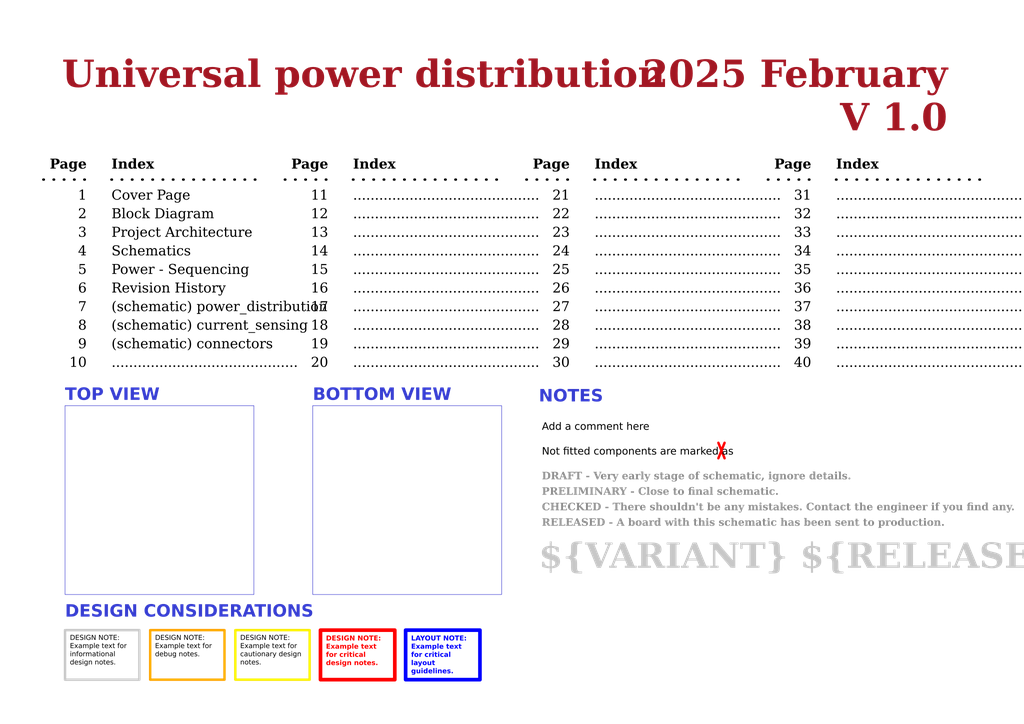
<source format=kicad_sch>
(kicad_sch
	(version 20231120)
	(generator "eeschema")
	(generator_version "8.0")
	(uuid "0650c7a8-acba-429c-9f8e-eec0baf0bc1c")
	(paper "A3")
	(title_block
		(title "Cover Page")
		(date "Last Modified Date")
		(rev "${REVISION}")
		(company "${COMPANY}")
	)
	(lib_symbols)
	(polyline
		(pts
			(xy 215.9 73.66) (xy 233.68 73.66)
		)
		(stroke
			(width 1)
			(type dot)
			(color 0 0 0 1)
		)
		(uuid "024689d9-b8ca-41ae-b55d-6ff207f6e101")
	)
	(polyline
		(pts
			(xy 297.18 181.61) (xy 294.64 187.96)
		)
		(stroke
			(width 1)
			(type default)
			(color 255 0 0 1)
		)
		(uuid "4ae2cac4-7676-4a8d-91c4-c6c6f4585019")
	)
	(polyline
		(pts
			(xy 45.72 73.66) (xy 106.68 73.66)
		)
		(stroke
			(width 1)
			(type dot)
			(color 0 0 0 1)
		)
		(uuid "594379bc-c052-4d2e-996b-8b5c1a0857fd")
	)
	(polyline
		(pts
			(xy 342.9 73.66) (xy 403.86 73.66)
		)
		(stroke
			(width 1)
			(type dot)
			(color 0 0 0 1)
		)
		(uuid "8ca04e4f-914f-46ae-b7bb-c241f34f0be3")
	)
	(polyline
		(pts
			(xy 243.84 73.66) (xy 304.8 73.66)
		)
		(stroke
			(width 1)
			(type dot)
			(color 0 0 0 1)
		)
		(uuid "90aedf20-3619-4eea-9142-e5201cfa9329")
	)
	(polyline
		(pts
			(xy 116.84 73.66) (xy 134.62 73.66)
		)
		(stroke
			(width 1)
			(type dot)
			(color 0 0 0 1)
		)
		(uuid "aa27a991-1dd0-4ddb-a292-69ddc074d2fe")
	)
	(polyline
		(pts
			(xy 17.78 73.66) (xy 35.56 73.66)
		)
		(stroke
			(width 1)
			(type dot)
			(color 0 0 0 1)
		)
		(uuid "aefa0f5d-e237-48a6-8d0d-7925958d23a4")
	)
	(polyline
		(pts
			(xy 294.64 181.61) (xy 297.18 187.96)
		)
		(stroke
			(width 1)
			(type default)
			(color 255 0 0 1)
		)
		(uuid "b16ef1e7-4b58-4125-810d-81e7071984f8")
	)
	(polyline
		(pts
			(xy 144.78 73.66) (xy 205.74 73.66)
		)
		(stroke
			(width 1)
			(type dot)
			(color 0 0 0 1)
		)
		(uuid "d03f8f3f-5543-483d-a054-040e77e06c0e")
	)
	(polyline
		(pts
			(xy 314.96 73.66) (xy 332.74 73.66)
		)
		(stroke
			(width 1)
			(type dot)
			(color 0 0 0 1)
		)
		(uuid "f1ab5a98-3d21-4c83-b2d8-cfe1793d64cb")
	)
	(text_box "\n"
		(exclude_from_sim no)
		(at 128.27 166.37 0)
		(size 77.47 77.47)
		(stroke
			(width 0)
			(type default)
		)
		(fill
			(type none)
		)
		(effects
			(font
				(size 2.54 2.54)
				(thickness 0.508)
				(bold yes)
			)
		)
		(uuid "0c38d11f-bb11-46db-a91c-ebc0b30e95f5")
	)
	(text_box "\n"
		(exclude_from_sim no)
		(at 26.67 166.37 0)
		(size 77.47 77.47)
		(stroke
			(width 0)
			(type default)
		)
		(fill
			(type none)
		)
		(effects
			(font
				(size 2.54 2.54)
				(thickness 0.508)
				(bold yes)
			)
		)
		(uuid "2d015f2a-bc39-4866-bbd9-40b03d497a26")
	)
	(text_box "Metadata can be set in File → Schematic Setup → Project → Text Variables"
		(exclude_from_sim no)
		(at 8.89 300.99 0)
		(size 119.38 6.35)
		(stroke
			(width -0.0001)
			(type default)
		)
		(fill
			(type none)
		)
		(effects
			(font
				(size 2.54 2.54)
				(thickness 0.381)
				(bold yes)
				(color 0 0 0 1)
			)
			(justify right top)
		)
		(uuid "4d4fc8f9-28d9-4b33-b78d-b00f0a2b33ca")
	)
	(text_box "DESIGN NOTE:\nExample text for informational design notes."
		(exclude_from_sim no)
		(at 26.67 258.445 0)
		(size 30.48 20.32)
		(stroke
			(width 1)
			(type solid)
			(color 200 200 200 1)
		)
		(fill
			(type none)
		)
		(effects
			(font
				(face "Arial")
				(size 2 2)
				(color 0 0 0 1)
			)
			(justify left top)
		)
		(uuid "60b6a08c-a542-468e-b79f-aa4a2aa0e9e7")
	)
	(text_box "LAYOUT NOTE:\nExample text for critical layout guidelines."
		(exclude_from_sim no)
		(at 166.37 258.445 0)
		(size 30.48 20.32)
		(stroke
			(width 1.5)
			(type solid)
			(color 0 0 255 1)
		)
		(fill
			(type none)
		)
		(effects
			(font
				(face "Arial")
				(size 2 2)
				(thickness 0.4)
				(bold yes)
				(color 0 0 255 1)
			)
			(justify left top)
		)
		(uuid "b2648603-9b19-4c01-9621-49d92c5b8a6e")
	)
	(text_box "DESIGN NOTE:\nExample text for cautionary design notes."
		(exclude_from_sim no)
		(at 96.52 258.445 0)
		(size 30.48 20.32)
		(stroke
			(width 1)
			(type solid)
			(color 250 236 0 1)
		)
		(fill
			(type none)
		)
		(effects
			(font
				(face "Arial")
				(size 2 2)
				(color 0 0 0 1)
			)
			(justify left top)
		)
		(uuid "c7ec7f64-f5b0-4d3e-9743-7d40c3e23ecf")
	)
	(text_box "DESIGN NOTE:\nExample text for debug notes."
		(exclude_from_sim no)
		(at 61.595 258.445 0)
		(size 30.48 20.32)
		(stroke
			(width 1)
			(type solid)
			(color 255 165 0 1)
		)
		(fill
			(type none)
		)
		(effects
			(font
				(face "Arial")
				(size 2 2)
				(color 0 0 0 1)
			)
			(justify left top)
		)
		(uuid "c8bf2561-6ede-45f0-9b2e-12af2dfee13b")
	)
	(text_box "DESIGN NOTE:\nExample text for critical design notes."
		(exclude_from_sim no)
		(at 131.445 258.445 0)
		(size 30.48 20.32)
		(stroke
			(width 1.5)
			(type solid)
			(color 255 0 0 1)
		)
		(fill
			(type none)
		)
		(effects
			(font
				(face "Arial")
				(size 2 2)
				(thickness 0.4)
				(bold yes)
				(color 255 0 0 1)
			)
			(justify left top)
		)
		(uuid "d03e1008-e371-461f-a9f2-320d8a2b7341")
	)
	(text "9"
		(exclude_from_sim no)
		(at 35.56 144.78 0)
		(effects
			(font
				(face "Times New Roman")
				(size 4 4)
				(color 0 0 0 1)
			)
			(justify right bottom)
			(href "#9")
		)
		(uuid "0171ecc8-df6f-418e-95ea-db73cf975716")
	)
	(text "BOTTOM VIEW"
		(exclude_from_sim no)
		(at 128.27 166.37 0)
		(effects
			(font
				(face "Arial")
				(size 5 5)
				(bold yes)
				(color 53 60 207 1)
			)
			(justify left bottom)
		)
		(uuid "041ff709-0f5e-466e-adab-d03afffd90b7")
	)
	(text "..........................................."
		(exclude_from_sim no)
		(at 243.84 99.06 0)
		(effects
			(font
				(face "Times New Roman")
				(size 4 4)
				(color 0 0 0 1)
			)
			(justify left bottom)
			(href "#23")
		)
		(uuid "0647f622-b644-4538-802a-42edf8cdccc5")
	)
	(text "13"
		(exclude_from_sim no)
		(at 134.62 99.06 0)
		(effects
			(font
				(face "Times New Roman")
				(size 4 4)
				(color 0 0 0 1)
			)
			(justify right bottom)
			(href "#13")
		)
		(uuid "09a9f005-609a-4854-9ba5-f5a5e7b8d7c7")
	)
	(text "RELEASED - A board with this schematic has been sent to production."
		(exclude_from_sim no)
		(at 222.25 217.17 0)
		(effects
			(font
				(face "Times New Roman")
				(size 3 3)
				(thickness 0.6)
				(bold yes)
				(color 140 140 140 1)
			)
			(justify left bottom)
		)
		(uuid "10cbc67f-d688-44d7-9e2b-bee41b99ad5c")
	)
	(text "Page"
		(exclude_from_sim no)
		(at 332.74 71.12 0)
		(effects
			(font
				(face "Times New Roman")
				(size 4 4)
				(bold yes)
				(color 0 0 0 1)
			)
			(justify right bottom)
		)
		(uuid "1b60c0cc-bf04-4615-8796-1ecc890b346a")
	)
	(text "TOP VIEW"
		(exclude_from_sim no)
		(at 26.67 166.37 0)
		(effects
			(font
				(face "Arial")
				(size 5 5)
				(bold yes)
				(color 53 60 207 1)
			)
			(justify left bottom)
		)
		(uuid "1c033b5c-f50d-4e0f-94c4-59e72fb244de")
	)
	(text "3"
		(exclude_from_sim no)
		(at 35.56 99.06 0)
		(effects
			(font
				(face "Times New Roman")
				(size 4 4)
				(color 0 0 0 1)
			)
			(justify right bottom)
			(href "#3")
		)
		(uuid "1dd16a1b-b3b8-42a1-b678-3a7b261e7284")
	)
	(text "38"
		(exclude_from_sim no)
		(at 332.74 137.16 0)
		(effects
			(font
				(face "Times New Roman")
				(size 4 4)
				(color 0 0 0 1)
			)
			(justify right bottom)
			(href "#38")
		)
		(uuid "2d20025d-61e4-451d-b51e-153fedc44d68")
	)
	(text "..........................................."
		(exclude_from_sim no)
		(at 45.72 152.4 0)
		(effects
			(font
				(face "Times New Roman")
				(size 4 4)
				(color 0 0 0 1)
			)
			(justify left bottom)
			(href "#10")
		)
		(uuid "2df49b6e-980f-4a01-ab23-c61ed27bd1b8")
	)
	(text "(schematic) connectors\n"
		(exclude_from_sim no)
		(at 45.72 144.78 0)
		(effects
			(font
				(face "Times New Roman")
				(size 4 4)
				(color 0 0 0 1)
			)
			(justify left bottom)
			(href "#9")
		)
		(uuid "319dfe95-cf7d-4b95-aa65-2f948d7bd6bc")
	)
	(text "(schematic) current_sensing\n"
		(exclude_from_sim no)
		(at 45.72 137.16 0)
		(effects
			(font
				(face "Times New Roman")
				(size 4 4)
				(color 0 0 0 1)
			)
			(justify left bottom)
			(href "#8")
		)
		(uuid "339f13bd-0896-43a1-925e-733e36e395bd")
	)
	(text "..........................................."
		(exclude_from_sim no)
		(at 144.78 121.92 0)
		(effects
			(font
				(face "Times New Roman")
				(size 4 4)
				(color 0 0 0 1)
			)
			(justify left bottom)
			(href "#16")
		)
		(uuid "34c28277-d6a5-4104-8740-b78485a8ff4c")
	)
	(text "1"
		(exclude_from_sim no)
		(at 35.56 83.82 0)
		(effects
			(font
				(face "Times New Roman")
				(size 4 4)
				(color 0 0 0 1)
			)
			(justify right bottom)
			(href "#1")
		)
		(uuid "3691ab49-6c05-4886-869a-12221f52fdee")
	)
	(text "Not fitted components are marked as"
		(exclude_from_sim no)
		(at 222.25 187.96 0)
		(effects
			(font
				(face "Arial")
				(size 3 3)
				(color 0 0 0 1)
			)
			(justify left bottom)
		)
		(uuid "3e121d9b-11e9-4895-9779-ade93d5b2a88")
	)
	(text "..........................................."
		(exclude_from_sim no)
		(at 243.84 152.4 0)
		(effects
			(font
				(face "Times New Roman")
				(size 4 4)
				(color 0 0 0 1)
			)
			(justify left bottom)
			(href "#30")
		)
		(uuid "41bb0f90-1135-4d50-9d44-9fb04444ecf6")
	)
	(text "Index"
		(exclude_from_sim no)
		(at 45.72 71.12 0)
		(effects
			(font
				(face "Times New Roman")
				(size 4 4)
				(bold yes)
				(color 0 0 0 1)
			)
			(justify left bottom)
		)
		(uuid "44841f0e-187c-41b9-a570-9f74973319c9")
	)
	(text "..........................................."
		(exclude_from_sim no)
		(at 144.78 99.06 0)
		(effects
			(font
				(face "Times New Roman")
				(size 4 4)
				(color 0 0 0 1)
			)
			(justify left bottom)
			(href "#13")
		)
		(uuid "461ef4aa-5f24-4935-a427-92bbc78a05f3")
	)
	(text "Index"
		(exclude_from_sim no)
		(at 144.78 71.12 0)
		(effects
			(font
				(face "Times New Roman")
				(size 4 4)
				(bold yes)
				(color 0 0 0 1)
			)
			(justify left bottom)
		)
		(uuid "4773b195-e777-483d-bd5a-5b18be14b485")
	)
	(text "27"
		(exclude_from_sim no)
		(at 233.68 129.54 0)
		(effects
			(font
				(face "Times New Roman")
				(size 4 4)
				(color 0 0 0 1)
			)
			(justify right bottom)
			(href "#27")
		)
		(uuid "47e5ef3a-a936-4417-8e04-a70df1a04676")
	)
	(text "15"
		(exclude_from_sim no)
		(at 134.62 114.3 0)
		(effects
			(font
				(face "Times New Roman")
				(size 4 4)
				(color 0 0 0 1)
			)
			(justify right bottom)
			(href "#15")
		)
		(uuid "48cae9b2-9935-4ee2-a962-685c04325434")
	)
	(text "6"
		(exclude_from_sim no)
		(at 35.56 121.92 0)
		(effects
			(font
				(face "Times New Roman")
				(size 4 4)
				(color 0 0 0 1)
			)
			(justify right bottom)
			(href "#6")
		)
		(uuid "4aa9b67c-c657-48d1-abb0-497faf20008a")
	)
	(text "PRELIMINARY - Close to final schematic."
		(exclude_from_sim no)
		(at 222.25 204.47 0)
		(effects
			(font
				(face "Times New Roman")
				(size 3 3)
				(thickness 0.6)
				(bold yes)
				(color 140 140 140 1)
			)
			(justify left bottom)
		)
		(uuid "4b75d6be-e2b4-4862-a5fd-f3239bff6734")
	)
	(text "24"
		(exclude_from_sim no)
		(at 233.68 106.68 0)
		(effects
			(font
				(face "Times New Roman")
				(size 4 4)
				(color 0 0 0 1)
			)
			(justify right bottom)
			(href "#24")
		)
		(uuid "4d10b8f7-ee9d-4539-987e-2871a213b2d6")
	)
	(text "${VARIANT} ${RELEASE_DATE}"
		(exclude_from_sim no)
		(at 220.98 237.49 0)
		(effects
			(font
				(face "Times New Roman")
				(size 10.16 10.16)
				(thickness 0.6)
				(bold yes)
				(color 200 200 200 1)
			)
			(justify left bottom)
		)
		(uuid "4f144e11-d681-45f3-b92d-dea6c28023e4")
	)
	(text "Page"
		(exclude_from_sim no)
		(at 35.56 71.12 0)
		(effects
			(font
				(face "Times New Roman")
				(size 4 4)
				(bold yes)
				(color 0 0 0 1)
			)
			(justify right bottom)
		)
		(uuid "5216de6a-28ab-4e49-a422-9fd32d8fed67")
	)
	(text "Schematics\n"
		(exclude_from_sim no)
		(at 45.72 106.68 0)
		(effects
			(font
				(face "Times New Roman")
				(size 4 4)
				(color 0 0 0 1)
			)
			(justify left bottom)
			(href "#4")
		)
		(uuid "547bb3ec-bec4-4b68-a38e-2ac56be29bd3")
	)
	(text "..........................................."
		(exclude_from_sim no)
		(at 243.84 129.54 0)
		(effects
			(font
				(face "Times New Roman")
				(size 4 4)
				(color 0 0 0 1)
			)
			(justify left bottom)
			(href "#27")
		)
		(uuid "598c6218-39d7-40a8-878a-842531c6a754")
	)
	(text "8"
		(exclude_from_sim no)
		(at 35.56 137.16 0)
		(effects
			(font
				(face "Times New Roman")
				(size 4 4)
				(color 0 0 0 1)
			)
			(justify right bottom)
			(href "#8")
		)
		(uuid "5dd35c87-2aeb-4c16-ab79-fbda71c4347a")
	)
	(text "14"
		(exclude_from_sim no)
		(at 134.62 106.68 0)
		(effects
			(font
				(face "Times New Roman")
				(size 4 4)
				(color 0 0 0 1)
			)
			(justify right bottom)
			(href "#14")
		)
		(uuid "5e529423-56be-4ad0-9794-38b960fa0634")
	)
	(text "..........................................."
		(exclude_from_sim no)
		(at 342.9 137.16 0)
		(effects
			(font
				(face "Times New Roman")
				(size 4 4)
				(color 0 0 0 1)
			)
			(justify left bottom)
			(href "#38")
		)
		(uuid "5ec61f31-3c66-4623-97e5-d26d3b9bb1be")
	)
	(text "..........................................."
		(exclude_from_sim no)
		(at 342.9 152.4 0)
		(effects
			(font
				(face "Times New Roman")
				(size 4 4)
				(color 0 0 0 1)
			)
			(justify left bottom)
			(href "#40")
		)
		(uuid "65f25bf1-cc7d-4807-9afa-0a0ac612f9b3")
	)
	(text "23"
		(exclude_from_sim no)
		(at 233.68 99.06 0)
		(effects
			(font
				(face "Times New Roman")
				(size 4 4)
				(color 0 0 0 1)
			)
			(justify right bottom)
			(href "#23")
		)
		(uuid "68aaa364-f788-45fb-b731-7b1eda7a6c6c")
	)
	(text "Index"
		(exclude_from_sim no)
		(at 243.84 71.12 0)
		(effects
			(font
				(face "Times New Roman")
				(size 4 4)
				(bold yes)
				(color 0 0 0 1)
			)
			(justify left bottom)
		)
		(uuid "6eee427d-5608-4f64-99d8-6d8e4391a6b0")
	)
	(text "..........................................."
		(exclude_from_sim no)
		(at 342.9 91.44 0)
		(effects
			(font
				(face "Times New Roman")
				(size 4 4)
				(color 0 0 0 1)
			)
			(justify left bottom)
			(href "#32")
		)
		(uuid "71058a62-023a-4e0a-b0c4-c0fb8bf95cc8")
	)
	(text "5"
		(exclude_from_sim no)
		(at 35.56 114.3 0)
		(effects
			(font
				(face "Times New Roman")
				(size 4 4)
				(color 0 0 0 1)
			)
			(justify right bottom)
			(href "#5")
		)
		(uuid "718e4830-a352-43f0-b9c5-1495032b5970")
	)
	(text "2025 February\n"
		(exclude_from_sim no)
		(at 388.62 40.64 0)
		(effects
			(font
				(face "Times New Roman")
				(size 11 11)
				(thickness 1)
				(bold yes)
				(color 162 22 34 1)
			)
			(justify right bottom)
		)
		(uuid "752b8016-2b6c-433a-9e5a-755eac1f800d")
	)
	(text "26"
		(exclude_from_sim no)
		(at 233.68 121.92 0)
		(effects
			(font
				(face "Times New Roman")
				(size 4 4)
				(color 0 0 0 1)
			)
			(justify right bottom)
			(href "#26")
		)
		(uuid "78da4ba2-8c96-4e51-9a03-b14367dceea0")
	)
	(text "16"
		(exclude_from_sim no)
		(at 134.62 121.92 0)
		(effects
			(font
				(face "Times New Roman")
				(size 4 4)
				(color 0 0 0 1)
			)
			(justify right bottom)
			(href "#16")
		)
		(uuid "7a577aea-9c53-4431-8f38-6cd521e907d0")
	)
	(text "10"
		(exclude_from_sim no)
		(at 35.56 152.4 0)
		(effects
			(font
				(face "Times New Roman")
				(size 4 4)
				(color 0 0 0 1)
			)
			(justify right bottom)
			(href "#10")
		)
		(uuid "7caa34f0-df91-4ed4-bb8e-ff81315f8c93")
	)
	(text "35"
		(exclude_from_sim no)
		(at 332.74 114.3 0)
		(effects
			(font
				(face "Times New Roman")
				(size 4 4)
				(color 0 0 0 1)
			)
			(justify right bottom)
			(href "#35")
		)
		(uuid "7d4a16f6-fc91-424a-bffd-707dc25afa40")
	)
	(text "18"
		(exclude_from_sim no)
		(at 134.62 137.16 0)
		(effects
			(font
				(face "Times New Roman")
				(size 4 4)
				(color 0 0 0 1)
			)
			(justify right bottom)
			(href "#18")
		)
		(uuid "7d4de17d-b484-45d2-95af-1050fc297950")
	)
	(text "33"
		(exclude_from_sim no)
		(at 332.74 99.06 0)
		(effects
			(font
				(face "Times New Roman")
				(size 4 4)
				(color 0 0 0 1)
			)
			(justify right bottom)
			(href "#33")
		)
		(uuid "7fd97343-03c5-4f22-a59e-bc2d9fd9af23")
	)
	(text "\n"
		(exclude_from_sim no)
		(at 25.4 58.42 0)
		(effects
			(font
				(face "Times New Roman")
				(size 8 8)
				(thickness 1)
				(bold yes)
				(color 162 22 34 1)
			)
			(justify left bottom)
		)
		(uuid "832c6231-94ea-4718-8f70-96006b71efdf")
	)
	(text "4"
		(exclude_from_sim no)
		(at 35.56 106.68 0)
		(effects
			(font
				(face "Times New Roman")
				(size 4 4)
				(color 0 0 0 1)
			)
			(justify right bottom)
			(href "#4")
		)
		(uuid "8d802a1e-8c90-4592-9cec-00ce1173b8bd")
	)
	(text "11"
		(exclude_from_sim no)
		(at 134.62 83.82 0)
		(effects
			(font
				(face "Times New Roman")
				(size 4 4)
				(color 0 0 0 1)
			)
			(justify right bottom)
			(href "#11")
		)
		(uuid "8d827c06-285c-46bc-8024-d46f4098d9e5")
	)
	(text "V 1.0\n"
		(exclude_from_sim no)
		(at 388.62 58.42 0)
		(effects
			(font
				(face "Times New Roman")
				(size 11 11)
				(thickness 1)
				(bold yes)
				(color 162 22 34 1)
			)
			(justify right bottom)
		)
		(uuid "9008c96f-82fa-4b3f-88a3-9ae35f59090b")
	)
	(text "..........................................."
		(exclude_from_sim no)
		(at 243.84 106.68 0)
		(effects
			(font
				(face "Times New Roman")
				(size 4 4)
				(color 0 0 0 1)
			)
			(justify left bottom)
			(href "#24")
		)
		(uuid "91ef4a1a-faaf-4d16-b090-6e6451092c3a")
	)
	(text "28"
		(exclude_from_sim no)
		(at 233.68 137.16 0)
		(effects
			(font
				(face "Times New Roman")
				(size 4 4)
				(color 0 0 0 1)
			)
			(justify right bottom)
			(href "#28")
		)
		(uuid "9310b062-10e2-49af-a22c-1c9854a7f3f0")
	)
	(text "..........................................."
		(exclude_from_sim no)
		(at 243.84 144.78 0)
		(effects
			(font
				(face "Times New Roman")
				(size 4 4)
				(color 0 0 0 1)
			)
			(justify left bottom)
			(href "#29")
		)
		(uuid "93713c73-3aba-4b0b-9f3c-b37ab3721f94")
	)
	(text "..........................................."
		(exclude_from_sim no)
		(at 243.84 91.44 0)
		(effects
			(font
				(face "Times New Roman")
				(size 4 4)
				(color 0 0 0 1)
			)
			(justify left bottom)
			(href "#22")
		)
		(uuid "93b242cb-0b6a-48cc-a920-659ba5a2d4b9")
	)
	(text "..........................................."
		(exclude_from_sim no)
		(at 342.9 144.78 0)
		(effects
			(font
				(face "Times New Roman")
				(size 4 4)
				(color 0 0 0 1)
			)
			(justify left bottom)
			(href "#39")
		)
		(uuid "9413d17b-fd74-4a56-8014-ec2904184d8a")
	)
	(text "Power - Sequencing\n"
		(exclude_from_sim no)
		(at 45.72 114.3 0)
		(effects
			(font
				(face "Times New Roman")
				(size 4 4)
				(color 0 0 0 1)
			)
			(justify left bottom)
			(href "#5")
		)
		(uuid "9413d28a-c2b4-4d73-ae2d-68b4717d1b67")
	)
	(text "Page"
		(exclude_from_sim no)
		(at 233.68 71.12 0)
		(effects
			(font
				(face "Times New Roman")
				(size 4 4)
				(bold yes)
				(color 0 0 0 1)
			)
			(justify right bottom)
		)
		(uuid "959ea2a5-595d-4c64-a44e-f0c1c6497852")
	)
	(text "..........................................."
		(exclude_from_sim no)
		(at 144.78 144.78 0)
		(effects
			(font
				(face "Times New Roman")
				(size 4 4)
				(color 0 0 0 1)
			)
			(justify left bottom)
			(href "#19")
		)
		(uuid "9d747571-2a3a-41dd-b7ab-0c07afaa5df1")
	)
	(text "..........................................."
		(exclude_from_sim no)
		(at 144.78 83.82 0)
		(effects
			(font
				(face "Times New Roman")
				(size 4 4)
				(color 0 0 0 1)
			)
			(justify left bottom)
			(href "#11")
		)
		(uuid "9e3e9ac8-468f-4f09-9650-682992859fd0")
	)
	(text "..........................................."
		(exclude_from_sim no)
		(at 144.78 129.54 0)
		(effects
			(font
				(face "Times New Roman")
				(size 4 4)
				(color 0 0 0 1)
			)
			(justify left bottom)
			(href "#17")
		)
		(uuid "a2bb1bed-8e4e-4038-8b4e-99f9457f4c30")
	)
	(text "31"
		(exclude_from_sim no)
		(at 332.74 83.82 0)
		(effects
			(font
				(face "Times New Roman")
				(size 4 4)
				(color 0 0 0 1)
			)
			(justify right bottom)
			(href "#31")
		)
		(uuid "a8eb70a2-f43e-480c-afdf-7e91507527a7")
	)
	(text "36"
		(exclude_from_sim no)
		(at 332.74 121.92 0)
		(effects
			(font
				(face "Times New Roman")
				(size 4 4)
				(color 0 0 0 1)
			)
			(justify right bottom)
			(href "#36")
		)
		(uuid "a95a57c3-0ec4-4b96-8edf-d46ee18a4a8e")
	)
	(text "..........................................."
		(exclude_from_sim no)
		(at 243.84 137.16 0)
		(effects
			(font
				(face "Times New Roman")
				(size 4 4)
				(color 0 0 0 1)
			)
			(justify left bottom)
			(href "#28")
		)
		(uuid "ad40278e-f3e6-4c25-8fa4-1f4e3918f822")
	)
	(text "22"
		(exclude_from_sim no)
		(at 233.68 91.44 0)
		(effects
			(font
				(face "Times New Roman")
				(size 4 4)
				(color 0 0 0 1)
			)
			(justify right bottom)
			(href "#22")
		)
		(uuid "ada746a9-1ac8-4ba5-b1f0-e040d6c0fa14")
	)
	(text "..........................................."
		(exclude_from_sim no)
		(at 144.78 114.3 0)
		(effects
			(font
				(face "Times New Roman")
				(size 4 4)
				(color 0 0 0 1)
			)
			(justify left bottom)
			(href "#15")
		)
		(uuid "ae6c0242-f9a8-4717-86dd-2d27e5dc9018")
	)
	(text "..........................................."
		(exclude_from_sim no)
		(at 342.9 83.82 0)
		(effects
			(font
				(face "Times New Roman")
				(size 4 4)
				(color 0 0 0 1)
			)
			(justify left bottom)
			(href "#31")
		)
		(uuid "b39085c9-1ebe-4dab-a6c1-54ab08707fbf")
	)
	(text "25"
		(exclude_from_sim no)
		(at 233.68 114.3 0)
		(effects
			(font
				(face "Times New Roman")
				(size 4 4)
				(color 0 0 0 1)
			)
			(justify right bottom)
			(href "#25")
		)
		(uuid "b3f10ccd-dd30-4e1a-9a39-191e590211cc")
	)
	(text "Universal power distribution\n"
		(exclude_from_sim no)
		(at 25.4 40.64 0)
		(effects
			(font
				(face "Times New Roman")
				(size 11 11)
				(thickness 1)
				(bold yes)
				(color 162 22 34 1)
			)
			(justify left bottom)
		)
		(uuid "b5491481-138f-4748-8f60-dc51e3284b98")
	)
	(text "..........................................."
		(exclude_from_sim no)
		(at 243.84 121.92 0)
		(effects
			(font
				(face "Times New Roman")
				(size 4 4)
				(color 0 0 0 1)
			)
			(justify left bottom)
			(href "#26")
		)
		(uuid "b55022f1-bde3-45d1-ab63-474a18aef763")
	)
	(text "..........................................."
		(exclude_from_sim no)
		(at 342.9 106.68 0)
		(effects
			(font
				(face "Times New Roman")
				(size 4 4)
				(color 0 0 0 1)
			)
			(justify left bottom)
			(href "#34")
		)
		(uuid "b5c8bc07-6a7e-4ec3-955b-9e6a13622c4e")
	)
	(text "37"
		(exclude_from_sim no)
		(at 332.74 129.54 0)
		(effects
			(font
				(face "Times New Roman")
				(size 4 4)
				(color 0 0 0 1)
			)
			(justify right bottom)
			(href "#37")
		)
		(uuid "baff535e-40df-4979-8ad1-9d6e8282e1a0")
	)
	(text "Page"
		(exclude_from_sim no)
		(at 134.62 71.12 0)
		(effects
			(font
				(face "Times New Roman")
				(size 4 4)
				(bold yes)
				(color 0 0 0 1)
			)
			(justify right bottom)
		)
		(uuid "beb5ee3d-ad62-4c0c-ab18-390f8e3c78c4")
	)
	(text "DRAFT - Very early stage of schematic, ignore details."
		(exclude_from_sim no)
		(at 222.25 198.12 0)
		(effects
			(font
				(face "Times New Roman")
				(size 3 3)
				(thickness 0.6)
				(bold yes)
				(color 140 140 140 1)
			)
			(justify left bottom)
		)
		(uuid "c1828499-d221-4dc2-9c7b-c9d850654d5e")
	)
	(text "..........................................."
		(exclude_from_sim no)
		(at 144.78 106.68 0)
		(effects
			(font
				(face "Times New Roman")
				(size 4 4)
				(color 0 0 0 1)
			)
			(justify left bottom)
			(href "#14")
		)
		(uuid "c492727f-a5a2-4efb-9f13-b55fb4c5125a")
	)
	(text "Index"
		(exclude_from_sim no)
		(at 342.9 71.12 0)
		(effects
			(font
				(face "Times New Roman")
				(size 4 4)
				(bold yes)
				(color 0 0 0 1)
			)
			(justify left bottom)
		)
		(uuid "c52bc9e5-2c42-41e6-ae08-fabef868928a")
	)
	(text "Revision History\n"
		(exclude_from_sim no)
		(at 45.72 121.92 0)
		(effects
			(font
				(face "Times New Roman")
				(size 4 4)
				(color 0 0 0 1)
			)
			(justify left bottom)
			(href "#6")
		)
		(uuid "c787ff5d-5d58-4a12-8967-dc99673505b9")
	)
	(text "..........................................."
		(exclude_from_sim no)
		(at 342.9 121.92 0)
		(effects
			(font
				(face "Times New Roman")
				(size 4 4)
				(color 0 0 0 1)
			)
			(justify left bottom)
			(href "#36")
		)
		(uuid "c8a13f8e-6347-4971-97e9-3bbacc8fb0b5")
	)
	(text "..........................................."
		(exclude_from_sim no)
		(at 342.9 114.3 0)
		(effects
			(font
				(face "Times New Roman")
				(size 4 4)
				(color 0 0 0 1)
			)
			(justify left bottom)
			(href "#35")
		)
		(uuid "c932f64b-e011-46ca-8efc-bb2f186e8b13")
	)
	(text "Block Diagram"
		(exclude_from_sim no)
		(at 45.72 91.44 0)
		(effects
			(font
				(face "Times New Roman")
				(size 4 4)
				(color 0 0 0 1)
			)
			(justify left bottom)
			(href "#2")
		)
		(uuid "caeb7f52-f34e-4432-b129-9207069a1ad5")
	)
	(text "19"
		(exclude_from_sim no)
		(at 134.62 144.78 0)
		(effects
			(font
				(face "Times New Roman")
				(size 4 4)
				(color 0 0 0 1)
			)
			(justify right bottom)
			(href "#19")
		)
		(uuid "cbf7eaea-8009-4ccd-9079-9d687b9a3603")
	)
	(text "30"
		(exclude_from_sim no)
		(at 233.68 152.4 0)
		(effects
			(font
				(face "Times New Roman")
				(size 4 4)
				(color 0 0 0 1)
			)
			(justify right bottom)
			(href "#30")
		)
		(uuid "cea38a57-40f7-465f-b054-ff626e3218d0")
	)
	(text "7"
		(exclude_from_sim no)
		(at 35.56 129.54 0)
		(effects
			(font
				(face "Times New Roman")
				(size 4 4)
				(color 0 0 0 1)
			)
			(justify right bottom)
			(href "#7")
		)
		(uuid "cf9779c0-4a62-4a6f-9127-07f6919e9e8d")
	)
	(text "..........................................."
		(exclude_from_sim no)
		(at 243.84 114.3 0)
		(effects
			(font
				(face "Times New Roman")
				(size 4 4)
				(color 0 0 0 1)
			)
			(justify left bottom)
			(href "#25")
		)
		(uuid "d06fb69a-43a5-466c-8174-3edde239a7c0")
	)
	(text "12"
		(exclude_from_sim no)
		(at 134.62 91.44 0)
		(effects
			(font
				(face "Times New Roman")
				(size 4 4)
				(color 0 0 0 1)
			)
			(justify right bottom)
			(href "#12")
		)
		(uuid "d450aa41-7115-44ab-9cc7-2fa118545b00")
	)
	(text "21"
		(exclude_from_sim no)
		(at 233.68 83.82 0)
		(effects
			(font
				(face "Times New Roman")
				(size 4 4)
				(color 0 0 0 1)
			)
			(justify right bottom)
			(href "#21")
		)
		(uuid "d7ac5948-93ba-4038-95c3-cb73c27df74a")
	)
	(text "Add a comment here"
		(exclude_from_sim no)
		(at 222.25 177.8 0)
		(effects
			(font
				(face "Arial")
				(size 3 3)
				(color 0 0 0 1)
			)
			(justify left bottom)
		)
		(uuid "d8d8425a-4141-4ddb-8e75-262db2d23ce8")
	)
	(text "2"
		(exclude_from_sim no)
		(at 35.56 91.44 0)
		(effects
			(font
				(face "Times New Roman")
				(size 4 4)
				(color 0 0 0 1)
			)
			(justify right bottom)
			(href "#2")
		)
		(uuid "dca5e168-6a76-4eb2-b335-e6c030ded824")
	)
	(text "39"
		(exclude_from_sim no)
		(at 332.74 144.78 0)
		(effects
			(font
				(face "Times New Roman")
				(size 4 4)
				(color 0 0 0 1)
			)
			(justify right bottom)
			(href "#39")
		)
		(uuid "e216870b-45fe-49b3-8e55-d9668eb9df44")
	)
	(text "..........................................."
		(exclude_from_sim no)
		(at 144.78 137.16 0)
		(effects
			(font
				(face "Times New Roman")
				(size 4 4)
				(color 0 0 0 1)
			)
			(justify left bottom)
			(href "#18")
		)
		(uuid "e518f3ad-92c7-4755-8883-22916bfc7d1f")
	)
	(text "..........................................."
		(exclude_from_sim no)
		(at 342.9 99.06 0)
		(effects
			(font
				(face "Times New Roman")
				(size 4 4)
				(color 0 0 0 1)
			)
			(justify left bottom)
			(href "#33")
		)
		(uuid "e5564811-ffd2-4bd9-9644-ff1dc80ebf87")
	)
	(text "..........................................."
		(exclude_from_sim no)
		(at 144.78 152.4 0)
		(effects
			(font
				(face "Times New Roman")
				(size 4 4)
				(color 0 0 0 1)
			)
			(justify left bottom)
			(href "#20")
		)
		(uuid "e58de9a8-7551-4002-91cc-eb758bb6876c")
	)
	(text "34"
		(exclude_from_sim no)
		(at 332.74 106.68 0)
		(effects
			(font
				(face "Times New Roman")
				(size 4 4)
				(color 0 0 0 1)
			)
			(justify right bottom)
			(href "#34")
		)
		(uuid "e60ef77b-a7db-4a46-901f-5793e4acc58b")
	)
	(text "29"
		(exclude_from_sim no)
		(at 233.68 144.78 0)
		(effects
			(font
				(face "Times New Roman")
				(size 4 4)
				(color 0 0 0 1)
			)
			(justify right bottom)
			(href "#29")
		)
		(uuid "e83f0c3e-ac1d-4432-a8de-ba5a2be8aa4a")
	)
	(text "Cover Page"
		(exclude_from_sim no)
		(at 45.72 83.82 0)
		(effects
			(font
				(face "Times New Roman")
				(size 4 4)
				(color 0 0 0 1)
			)
			(justify left bottom)
			(href "#1")
		)
		(uuid "e9964413-67ff-4f53-b58c-608277db6779")
	)
	(text "NOTES"
		(exclude_from_sim no)
		(at 220.98 167.005 0)
		(effects
			(font
				(face "Arial")
				(size 5 5)
				(bold yes)
				(color 53 60 207 1)
			)
			(justify left bottom)
		)
		(uuid "ecd14d51-7267-460d-9460-6bae137b0c37")
	)
	(text "..........................................."
		(exclude_from_sim no)
		(at 144.78 91.44 0)
		(effects
			(font
				(face "Times New Roman")
				(size 4 4)
				(color 0 0 0 1)
			)
			(justify left bottom)
			(href "#12")
		)
		(uuid "ecd5e3bc-c1c8-4595-a242-64b07df33fd4")
	)
	(text "Project Architecture"
		(exclude_from_sim no)
		(at 45.72 99.06 0)
		(effects
			(font
				(face "Times New Roman")
				(size 4 4)
				(color 0 0 0 1)
			)
			(justify left bottom)
			(href "#3")
		)
		(uuid "ed9f4e44-7881-47b3-83af-17eb3de0e161")
	)
	(text "CHECKED - There shouldn't be any mistakes. Contact the engineer if you find any."
		(exclude_from_sim no)
		(at 222.25 210.82 0)
		(effects
			(font
				(face "Times New Roman")
				(size 3 3)
				(thickness 0.6)
				(bold yes)
				(color 140 140 140 1)
			)
			(justify left bottom)
		)
		(uuid "ee4bfbd2-ceac-40c9-847b-b15b18b07c08")
	)
	(text "..........................................."
		(exclude_from_sim no)
		(at 243.84 83.82 0)
		(effects
			(font
				(face "Times New Roman")
				(size 4 4)
				(color 0 0 0 1)
			)
			(justify left bottom)
			(href "#21")
		)
		(uuid "f14c049f-0636-49aa-a70f-0262bf1a57bc")
	)
	(text "20"
		(exclude_from_sim no)
		(at 134.62 152.4 0)
		(effects
			(font
				(face "Times New Roman")
				(size 4 4)
				(color 0 0 0 1)
			)
			(justify right bottom)
			(href "#20")
		)
		(uuid "f17fa600-4ea0-4482-a965-d781b27fd052")
	)
	(text "32"
		(exclude_from_sim no)
		(at 332.74 91.44 0)
		(effects
			(font
				(face "Times New Roman")
				(size 4 4)
				(color 0 0 0 1)
			)
			(justify right bottom)
			(href "#32")
		)
		(uuid "f7f416e4-86a9-4d8f-ac0d-80443c165632")
	)
	(text "..........................................."
		(exclude_from_sim no)
		(at 342.9 129.54 0)
		(effects
			(font
				(face "Times New Roman")
				(size 4 4)
				(color 0 0 0 1)
			)
			(justify left bottom)
			(href "#37")
		)
		(uuid "f8fd86d8-ca92-4fd2-9536-487e6832d844")
	)
	(text "DESIGN CONSIDERATIONS"
		(exclude_from_sim no)
		(at 26.67 255.27 0)
		(effects
			(font
				(face "Arial")
				(size 5 5)
				(bold yes)
				(color 53 60 207 1)
			)
			(justify left bottom)
		)
		(uuid "fb09f930-25b6-4039-89ae-42d9d443b49d")
	)
	(text "40"
		(exclude_from_sim no)
		(at 332.74 152.4 0)
		(effects
			(font
				(face "Times New Roman")
				(size 4 4)
				(color 0 0 0 1)
			)
			(justify right bottom)
			(href "#40")
		)
		(uuid "fe1f4464-8466-41a3-95c1-bacdc38614fb")
	)
	(text "(schematic) power_distribution\n"
		(exclude_from_sim no)
		(at 45.72 129.54 0)
		(effects
			(font
				(face "Times New Roman")
				(size 4 4)
				(color 0 0 0 1)
			)
			(justify left bottom)
			(href "#7")
		)
		(uuid "ff95cd70-408a-4656-b808-dabd546affbd")
	)
	(text "17"
		(exclude_from_sim no)
		(at 134.62 129.54 0)
		(effects
			(font
				(face "Times New Roman")
				(size 4 4)
				(color 0 0 0 1)
			)
			(justify right bottom)
			(href "#17")
		)
		(uuid "ffcd9e5c-5c93-423a-9ccc-e0af67821852")
	)
	(sheet
		(at 340.36 313.69)
		(size 35.56 5.08)
		(stroke
			(width 0.1524)
			(type solid)
		)
		(fill
			(color 0 0 0 0.0000)
		)
		(uuid "13eb0b07-00a1-4d61-8da3-582545eb29a8")
		(property "Sheetname" "Power - Sequencing"
			(at 340.36 312.6609 0)
			(effects
				(font
					(face "Times New Roman")
					(size 1.905 1.905)
					(bold yes)
					(color 0 0 0 1)
				)
				(justify left bottom)
			)
		)
		(property "Sheetfile" "Power - Sequencing.kicad_sch"
			(at 341.63 314.96 0)
			(effects
				(font
					(face "Arial")
					(size 1.27 1.27)
				)
				(justify left top)
			)
		)
		(instances
			(project "UPD_PCB"
				(path "/0650c7a8-acba-429c-9f8e-eec0baf0bc1c"
					(page "5")
				)
			)
		)
	)
	(sheet
		(at 299.72 302.26)
		(size 35.56 5.08)
		(stroke
			(width 0.1524)
			(type solid)
		)
		(fill
			(color 0 0 0 0.0000)
		)
		(uuid "de68a101-7eef-4ba8-abb4-14d03adb087f")
		(property "Sheetname" "Block Diagram"
			(at 299.72 301.2309 0)
			(effects
				(font
					(face "Times New Roman")
					(size 1.905 1.905)
					(bold yes)
					(color 0 0 0 1)
				)
				(justify left bottom)
			)
		)
		(property "Sheetfile" "Block Diagram.kicad_sch"
			(at 300.99 303.53 0)
			(effects
				(font
					(face "Arial")
					(size 1.27 1.27)
				)
				(justify left top)
			)
		)
		(instances
			(project "UPD_PCB"
				(path "/0650c7a8-acba-429c-9f8e-eec0baf0bc1c"
					(page "2")
				)
			)
		)
	)
	(sheet
		(at 340.36 302.26)
		(size 35.56 5.08)
		(stroke
			(width 0)
			(type solid)
		)
		(fill
			(color 0 0 0 0.0000)
		)
		(uuid "e7c91631-be85-488a-af7a-f2a810f3fbfe")
		(property "Sheetname" "Revision History"
			(at 340.36 300.99 0)
			(effects
				(font
					(face "Times New Roman")
					(size 1.905 1.905)
					(bold yes)
					(color 0 0 0 1)
				)
				(justify left bottom)
			)
		)
		(property "Sheetfile" "Revision History.kicad_sch"
			(at 340.995 303.53 0)
			(effects
				(font
					(face "Arial")
					(size 1.27 1.27)
				)
				(justify left top)
			)
		)
		(instances
			(project "UPD_PCB"
				(path "/0650c7a8-acba-429c-9f8e-eec0baf0bc1c"
					(page "6")
				)
			)
		)
	)
	(sheet
		(at 299.72 313.69)
		(size 35.56 5.08)
		(stroke
			(width 0.1524)
			(type solid)
		)
		(fill
			(color 0 0 0 0.0000)
		)
		(uuid "fede4c36-00cc-4d3d-b71c-5243ba232202")
		(property "Sheetname" "Project Architecture"
			(at 299.72 312.6609 0)
			(effects
				(font
					(face "Times New Roman")
					(size 1.905 1.905)
					(bold yes)
					(color 0 0 0 1)
				)
				(justify left bottom)
			)
		)
		(property "Sheetfile" "Project Architecture.kicad_sch"
			(at 300.99 314.96 0)
			(effects
				(font
					(face "Arial")
					(size 1.27 1.27)
				)
				(justify left top)
			)
		)
		(instances
			(project "UPD_PCB"
				(path "/0650c7a8-acba-429c-9f8e-eec0baf0bc1c"
					(page "3")
				)
			)
		)
	)
	(sheet_instances
		(path "/"
			(page "1")
		)
	)
)

</source>
